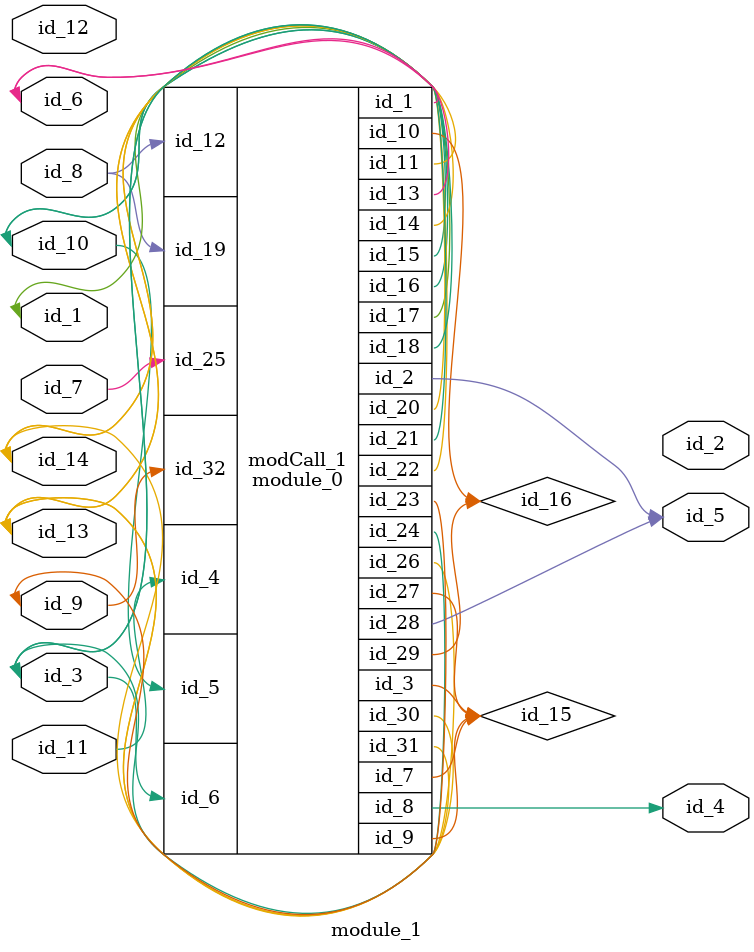
<source format=v>
module module_0 (
    id_1,
    id_2,
    id_3,
    id_4,
    id_5,
    id_6,
    id_7,
    id_8,
    id_9,
    id_10,
    id_11,
    id_12,
    id_13,
    id_14,
    id_15,
    id_16,
    id_17,
    id_18,
    id_19,
    id_20,
    id_21,
    id_22,
    id_23,
    id_24,
    id_25,
    id_26,
    id_27,
    id_28,
    id_29,
    id_30,
    id_31,
    id_32
);
  input wire id_32;
  inout wire id_31;
  inout wire id_30;
  inout wire id_29;
  output wire id_28;
  inout wire id_27;
  inout wire id_26;
  input wire id_25;
  output wire id_24;
  output wire id_23;
  output wire id_22;
  output wire id_21;
  output wire id_20;
  input wire id_19;
  inout wire id_18;
  inout wire id_17;
  inout wire id_16;
  output wire id_15;
  output wire id_14;
  output wire id_13;
  input wire id_12;
  inout wire id_11;
  output wire id_10;
  inout wire id_9;
  output wire id_8;
  inout wire id_7;
  input wire id_6;
  input wire id_5;
  input wire id_4;
  inout wire id_3;
  output wire id_2;
  output wire id_1;
  wire id_33;
endmodule
module module_1 (
    id_1,
    id_2,
    id_3,
    id_4,
    id_5,
    id_6,
    id_7,
    id_8,
    id_9,
    id_10,
    id_11,
    id_12,
    id_13,
    id_14
);
  inout wire id_14;
  inout wire id_13;
  input wire id_12;
  input wire id_11;
  inout wire id_10;
  inout wire id_9;
  input wire id_8;
  input wire id_7;
  inout wire id_6;
  output wire id_5;
  output wire id_4;
  inout wire id_3;
  output wire id_2;
  inout wire id_1;
  wire id_15, id_16;
  module_0 modCall_1 (
      id_6,
      id_5,
      id_15,
      id_11,
      id_10,
      id_3,
      id_15,
      id_4,
      id_15,
      id_16,
      id_13,
      id_8,
      id_6,
      id_14,
      id_10,
      id_10,
      id_1,
      id_3,
      id_8,
      id_13,
      id_3,
      id_14,
      id_9,
      id_3,
      id_7,
      id_14,
      id_15,
      id_5,
      id_16,
      id_13,
      id_13,
      id_9
  );
endmodule

</source>
